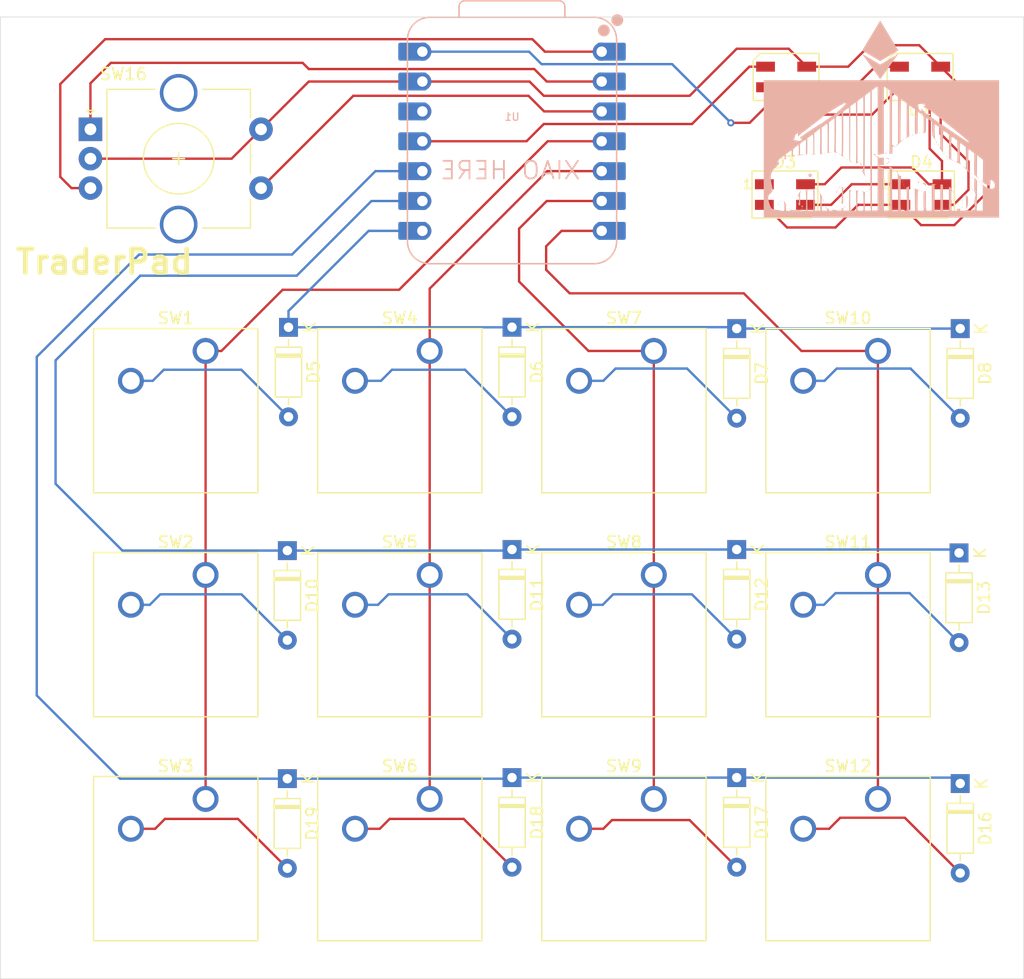
<source format=kicad_pcb>
(kicad_pcb (version 20240108) (generator "pcbnew") (generator_version "8.0")
  (layers (0 "F.Cu" signal) (31 "B.Cu" signal) (34 "B.Paste" user) (35 "F.Paste" user) (36 "B.SilkS" user "B.Silkscreen") (37 "F.SilkS" user "F.Silkscreen") (38 "B.Mask" user) (39 "F.Mask" user) (44 "Edge.Cuts" user))
  (net 0 "")
  (net 1 "Net-(D1-DIN)")
  (net 2 "GND")
  (net 3 "Net-(D1-DOUT)")
  (net 4 "+5V")
  (net 5 "Net-(D2-DOUT)")
  (net 6 "Net-(D3-DIN)")
  (net 8 "Net-(D5-K)")
  (net 9 "Net-(D5-A)")
  (net 10 "Net-(D6-A)")
  (net 11 "Net-(D7-A)")
  (net 12 "Net-(D8-A)")
  (net 13 "Net-(D10-K)")
  (net 14 "Net-(D10-A)")
  (net 15 "Net-(D11-A)")
  (net 16 "Net-(D12-A)")
  (net 17 "Net-(D13-A)")
  (net 18 "Net-(D16-K)")
  (net 19 "Net-(D16-A)")
  (net 20 "Net-(D17-A)")
  (net 21 "Net-(D18-A)")
  (net 22 "Net-(D19-A)")
  (net 23 "Net-(U1-GPIO29{slash}ADC3{slash}A3)")
  (net 24 "Net-(U1-GPIO6{slash}SDA)")
  (net 25 "Net-(U1-GPIO7{slash}SCL)")
  (net 26 "Net-(U1-GPIO0{slash}TX)")
  (net 27 "Net-(U1-GPIO28{slash}ADC2{slash}A2)")
  (net 28 "Net-(U1-GPIO26{slash}ADC0{slash}A0)")
  (net 29 "Net-(U1-GPIO27{slash}ADC1{slash}A1)")
  (footprint "Diode_THT:D_DO-35_SOD27_P7.62mm_Horizontal" (layer "F.Cu") (at 71.5 71.49 -90)
    (property "Reference" "D5" (at 3.81 -2.12 90) (layer "F.SilkS"))
    (property "Value" "D")
    (fp_text user "K" (at 0 -1.8 90) (layer "F.SilkS"))
    (pad "1" thru_hole rect (at 0 0 270) (size 1.6 1.6) (drill 0.8) (layers "*.Cu" "*.Mask") (net 8 "Net-(D5-K)"))
    (pad "2" thru_hole oval (at 7.62 0 270) (size 1.6 1.6) (drill 0.8) (layers "*.Cu" "*.Mask") (net 9 "Net-(D5-A)"))
  )
  (footprint "Button_Switch_Keyboard:SW_Cherry_MX_1.00u_PCB" (layer "F.Cu") (at 121.6025 111.60125)
    (property "Reference" "SW12" (at -2.54 -2.794 0) (layer "F.SilkS"))
    (property "Value" "SW_Push")
    (pad "" np_thru_hole circle (at -7.62 5.08) (size 1.7 1.7) (drill 1.7) (layers "*.Cu" "*.Mask"))
    (pad "" np_thru_hole circle (at -2.54 5.08) (size 4 4) (drill 4) (layers "*.Cu" "*.Mask"))
    (pad "" np_thru_hole circle (at 2.54 5.08) (size 1.7 1.7) (drill 1.7) (layers "*.Cu" "*.Mask"))
    (pad "1" thru_hole circle (at 0 0) (size 2.2 2.2) (drill 1.5) (layers "*.Cu" "*.Mask") (net 26 "Net-(U1-GPIO0{slash}TX)"))
    (pad "2" thru_hole circle (at -6.35 2.54) (size 2.2 2.2) (drill 1.5) (layers "*.Cu" "*.Mask") (net 19 "Net-(D16-A)"))
  )
  (footprint "LED_SMD:LED_SK6812MINI_PLCC4_3.5x3.5mm_P1.75mm" (layer "F.Cu") (at 125.3 60.2)
    (property "Reference" "D4" (at 0 -2.75 0) (layer "F.SilkS"))
    (property "Value" "SK6812MINI" (hide yes))
    (fp_text user "1" (at -3.2 -0.875 0) (layer "F.SilkS") (effects (font (size 0.8 0.8))))
    (pad "1" smd rect (at -1.75 -0.875) (size 1.6 0.85) (layers "F.Cu" "F.Paste" "F.Mask") (net 6 "Net-(D3-DIN)"))
    (pad "2" smd rect (at -1.75 0.875) (size 1.6 0.85) (layers "F.Cu" "F.Paste" "F.Mask") (net 2 "GND"))
    (pad "3" smd rect (at 1.75 0.875) (size 1.6 0.85) (layers "F.Cu" "F.Paste" "F.Mask") (net 5 "Net-(D2-DOUT)"))
    (pad "4" smd rect (at 1.75 -0.875) (size 1.6 0.85) (layers "F.Cu" "F.Paste" "F.Mask") (net 4 "+5V"))
  )
  (footprint "LED_SMD:LED_SK6812MINI_PLCC4_3.5x3.5mm_P1.75mm" (layer "F.Cu") (at 113.7 60.2)
    (property "Reference" "D3" (at 0 -2.75 0) (layer "F.SilkS"))
    (property "Value" "SK6812MINI" (hide yes))
    (fp_text user "1" (at -3.2 -0.875 0) (layer "F.SilkS") (effects (font (size 0.8 0.8))))
    (pad "1" smd rect (at -1.75 -0.875) (size 1.6 0.85) (layers "F.Cu" "F.Paste" "F.Mask"))
    (pad "2" smd rect (at -1.75 0.875) (size 1.6 0.85) (layers "F.Cu" "F.Paste" "F.Mask") (net 2 "GND"))
    (pad "3" smd rect (at 1.75 0.875) (size 1.6 0.85) (layers "F.Cu" "F.Paste" "F.Mask") (net 6 "Net-(D3-DIN)"))
    (pad "4" smd rect (at 1.75 -0.875) (size 1.6 0.85) (layers "F.Cu" "F.Paste" "F.Mask") (net 4 "+5V"))
  )
  (footprint "Button_Switch_Keyboard:SW_Cherry_MX_1.00u_PCB" (layer "F.Cu") (at 121.6025 73.50125)
    (property "Reference" "SW10" (at -2.54 -2.794 0) (layer "F.SilkS"))
    (property "Value" "SW_Push")
    (pad "" np_thru_hole circle (at -7.62 5.08) (size 1.7 1.7) (drill 1.7) (layers "*.Cu" "*.Mask"))
    (pad "" np_thru_hole circle (at -2.54 5.08) (size 4 4) (drill 4) (layers "*.Cu" "*.Mask"))
    (pad "" np_thru_hole circle (at 2.54 5.08) (size 1.7 1.7) (drill 1.7) (layers "*.Cu" "*.Mask"))
    (pad "1" thru_hole circle (at 0 0) (size 2.2 2.2) (drill 1.5) (layers "*.Cu" "*.Mask") (net 26 "Net-(U1-GPIO0{slash}TX)"))
    (pad "2" thru_hole circle (at -6.35 2.54) (size 2.2 2.2) (drill 1.5) (layers "*.Cu" "*.Mask") (net 12 "Net-(D8-A)"))
  )
  (footprint "Button_Switch_Keyboard:SW_Cherry_MX_1.00u_PCB" (layer "F.Cu") (at 83.5025 73.50125)
    (property "Reference" "SW4" (at -2.54 -2.794 0) (layer "F.SilkS"))
    (property "Value" "SW_Push")
    (pad "" np_thru_hole circle (at -7.62 5.08) (size 1.7 1.7) (drill 1.7) (layers "*.Cu" "*.Mask"))
    (pad "" np_thru_hole circle (at -2.54 5.08) (size 4 4) (drill 4) (layers "*.Cu" "*.Mask"))
    (pad "" np_thru_hole circle (at 2.54 5.08) (size 1.7 1.7) (drill 1.7) (layers "*.Cu" "*.Mask"))
    (pad "1" thru_hole circle (at 0 0) (size 2.2 2.2) (drill 1.5) (layers "*.Cu" "*.Mask") (net 24 "Net-(U1-GPIO6{slash}SDA)"))
    (pad "2" thru_hole circle (at -6.35 2.54) (size 2.2 2.2) (drill 1.5) (layers "*.Cu" "*.Mask") (net 10 "Net-(D6-A)"))
  )
  (footprint "LED_SMD:LED_SK6812MINI_PLCC4_3.5x3.5mm_P1.75mm" (layer "F.Cu") (at 125.1875 50.2 180)
    (property "Reference" "D2" (at 0 -2.75 0) (layer "F.SilkS"))
    (property "Value" "SK6812MINI")
    (fp_text user "1" (at -3.2 -0.875 180) (layer "F.SilkS") (effects (font (size 0.8 0.8))))
    (pad "1" smd rect (at -1.75 -0.875 180) (size 1.6 0.85) (layers "F.Cu" "F.Paste" "F.Mask") (net 5 "Net-(D2-DOUT)"))
    (pad "2" smd rect (at -1.75 0.875 180) (size 1.6 0.85) (layers "F.Cu" "F.Paste" "F.Mask") (net 2 "GND"))
    (pad "3" smd rect (at 1.75 0.875 180) (size 1.6 0.85) (layers "F.Cu" "F.Paste" "F.Mask") (net 3 "Net-(D1-DOUT)"))
    (pad "4" smd rect (at 1.75 -0.875 180) (size 1.6 0.85) (layers "F.Cu" "F.Paste" "F.Mask") (net 4 "+5V"))
  )
  (footprint "Diode_THT:D_DO-35_SOD27_P7.62mm_Horizontal" (layer "F.Cu") (at 128.6 71.6 -90)
    (property "Reference" "D8" (at 3.81 -2.12 90) (layer "F.SilkS"))
    (property "Value" "D")
    (fp_text user "K" (at 0 -1.8 90) (layer "F.SilkS"))
    (pad "1" thru_hole rect (at 0 0 270) (size 1.6 1.6) (drill 0.8) (layers "*.Cu" "*.Mask") (net 8 "Net-(D5-K)"))
    (pad "2" thru_hole oval (at 7.62 0 270) (size 1.6 1.6) (drill 0.8) (layers "*.Cu" "*.Mask") (net 12 "Net-(D8-A)"))
  )
  (footprint "Rotary_Encoder:RotaryEncoder_Alps_EC11E-Switch_Vertical_H20mm_CircularMountingHoles" (layer "F.Cu") (at 54.6625 54.65)
    (property "Reference" "SW16" (at 2.8 -4.7 0) (layer "F.SilkS"))
    (property "Value" "RotaryEncoder_Switch")
    (pad "A" thru_hole rect (at 0 0) (size 2 2) (drill 1) (layers "*.Cu" "*.Mask") (net 29 "Net-(U1-GPIO27{slash}ADC1{slash}A1)"))
    (pad "B" thru_hole circle (at 0 5) (size 2 2) (drill 1) (layers "*.Cu" "*.Mask") (net 28 "Net-(U1-GPIO26{slash}ADC0{slash}A0)"))
    (pad "C" thru_hole circle (at 0 2.5) (size 2 2) (drill 1) (layers "*.Cu" "*.Mask") (net 2 "GND"))
    (pad "MP" thru_hole circle (at 7.5 -3.1) (size 3.2 3.2) (drill 2.6) (layers "*.Cu" "*.Mask"))
    (pad "MP" thru_hole circle (at 7.5 8.1) (size 3.2 3.2) (drill 2.6) (layers "*.Cu" "*.Mask"))
    (pad "S1" thru_hole circle (at 14.5 5) (size 2 2) (drill 1) (layers "*.Cu" "*.Mask") (net 27 "Net-(U1-GPIO28{slash}ADC2{slash}A2)"))
    (pad "S2" thru_hole circle (at 14.5 0) (size 2 2) (drill 1) (layers "*.Cu" "*.Mask") (net 2 "GND"))
  )
  (footprint "Button_Switch_Keyboard:SW_Cherry_MX_1.00u_PCB" (layer "F.Cu") (at 121.6025 92.55125)
    (property "Reference" "SW11" (at -2.54 -2.794 0) (layer "F.SilkS"))
    (property "Value" "SW_Push")
    (pad "" np_thru_hole circle (at -7.62 5.08) (size 1.7 1.7) (drill 1.7) (layers "*.Cu" "*.Mask"))
    (pad "" np_thru_hole circle (at -2.54 5.08) (size 4 4) (drill 4) (layers "*.Cu" "*.Mask"))
    (pad "" np_thru_hole circle (at 2.54 5.08) (size 1.7 1.7) (drill 1.7) (layers "*.Cu" "*.Mask"))
    (pad "1" thru_hole circle (at 0 0) (size 2.2 2.2) (drill 1.5) (layers "*.Cu" "*.Mask") (net 26 "Net-(U1-GPIO0{slash}TX)"))
    (pad "2" thru_hole circle (at -6.35 2.54) (size 2.2 2.2) (drill 1.5) (layers "*.Cu" "*.Mask") (net 17 "Net-(D13-A)"))
  )
  (footprint "Diode_THT:D_DO-35_SOD27_P7.62mm_Horizontal" (layer "F.Cu") (at 71.4 90.48 -90)
    (property "Reference" "D10" (at 3.81 -2.12 90) (layer "F.SilkS"))
    (property "Value" "D")
    (fp_text user "K" (at 0 -1.8 90) (layer "F.SilkS"))
    (pad "1" thru_hole rect (at 0 0 270) (size 1.6 1.6) (drill 0.8) (layers "*.Cu" "*.Mask") (net 13 "Net-(D10-K)"))
    (pad "2" thru_hole oval (at 7.62 0 270) (size 1.6 1.6) (drill 0.8) (layers "*.Cu" "*.Mask") (net 14 "Net-(D10-A)"))
  )
  (footprint "Diode_THT:D_DO-35_SOD27_P7.62mm_Horizontal" (layer "F.Cu") (at 90.5 109.79 -90)
    (property "Reference" "D18" (at 3.81 -2.12 90) (layer "F.SilkS"))
    (property "Value" "D")
    (fp_text user "K" (at 0 -1.8 90) (layer "F.SilkS"))
    (pad "1" thru_hole rect (at 0 0 270) (size 1.6 1.6) (drill 0.8) (layers "*.Cu" "*.Mask") (net 18 "Net-(D16-K)"))
    (pad "2" thru_hole oval (at 7.62 0 270) (size 1.6 1.6) (drill 0.8) (layers "*.Cu" "*.Mask") (net 21 "Net-(D18-A)"))
  )
  (footprint "Button_Switch_Keyboard:SW_Cherry_MX_1.00u_PCB" (layer "F.Cu") (at 64.4525 92.55125)
    (property "Reference" "SW2" (at -2.54 -2.794 0) (layer "F.SilkS"))
    (property "Value" "SW_Push")
    (pad "" np_thru_hole circle (at -7.62 5.08) (size 1.7 1.7) (drill 1.7) (layers "*.Cu" "*.Mask"))
    (pad "" np_thru_hole circle (at -2.54 5.08) (size 4 4) (drill 4) (layers "*.Cu" "*.Mask"))
    (pad "" np_thru_hole circle (at 2.54 5.08) (size 1.7 1.7) (drill 1.7) (layers "*.Cu" "*.Mask"))
    (pad "1" thru_hole circle (at 0 0) (size 2.2 2.2) (drill 1.5) (layers "*.Cu" "*.Mask") (net 23 "Net-(U1-GPIO29{slash}ADC3{slash}A3)"))
    (pad "2" thru_hole circle (at -6.35 2.54) (size 2.2 2.2) (drill 1.5) (layers "*.Cu" "*.Mask") (net 14 "Net-(D10-A)"))
  )
  (footprint "Button_Switch_Keyboard:SW_Cherry_MX_1.00u_PCB" (layer "F.Cu") (at 83.5025 92.55125)
    (property "Reference" "SW5" (at -2.54 -2.794 0) (layer "F.SilkS"))
    (property "Value" "SW_Push")
    (pad "" np_thru_hole circle (at -7.62 5.08) (size 1.7 1.7) (drill 1.7) (layers "*.Cu" "*.Mask"))
    (pad "" np_thru_hole circle (at -2.54 5.08) (size 4 4) (drill 4) (layers "*.Cu" "*.Mask"))
    (pad "" np_thru_hole circle (at 2.54 5.08) (size 1.7 1.7) (drill 1.7) (layers "*.Cu" "*.Mask"))
    (pad "1" thru_hole circle (at 0 0) (size 2.2 2.2) (drill 1.5) (layers "*.Cu" "*.Mask") (net 24 "Net-(U1-GPIO6{slash}SDA)"))
    (pad "2" thru_hole circle (at -6.35 2.54) (size 2.2 2.2) (drill 1.5) (layers "*.Cu" "*.Mask") (net 15 "Net-(D11-A)"))
  )
  (footprint "Button_Switch_Keyboard:SW_Cherry_MX_1.00u_PCB" (layer "F.Cu") (at 64.4525 73.50125)
    (property "Reference" "SW1" (at -2.54 -2.794 0) (layer "F.SilkS"))
    (property "Value" "SW_Push")
    (pad "" np_thru_hole circle (at -7.62 5.08) (size 1.7 1.7) (drill 1.7) (layers "*.Cu" "*.Mask"))
    (pad "" np_thru_hole circle (at -2.54 5.08) (size 4 4) (drill 4) (layers "*.Cu" "*.Mask"))
    (pad "" np_thru_hole circle (at 2.54 5.08) (size 1.7 1.7) (drill 1.7) (layers "*.Cu" "*.Mask"))
    (pad "1" thru_hole circle (at 0 0) (size 2.2 2.2) (drill 1.5) (layers "*.Cu" "*.Mask") (net 23 "Net-(U1-GPIO29{slash}ADC3{slash}A3)"))
    (pad "2" thru_hole circle (at -6.35 2.54) (size 2.2 2.2) (drill 1.5) (layers "*.Cu" "*.Mask") (net 9 "Net-(D5-A)"))
  )
  (footprint "Button_Switch_Keyboard:SW_Cherry_MX_1.00u_PCB" (layer "F.Cu") (at 102.5525 111.60125)
    (property "Reference" "SW9" (at -2.54 -2.794 0) (layer "F.SilkS"))
    (property "Value" "SW_Push")
    (pad "" np_thru_hole circle (at -7.62 5.08) (size 1.7 1.7) (drill 1.7) (layers "*.Cu" "*.Mask"))
    (pad "" np_thru_hole circle (at -2.54 5.08) (size 4 4) (drill 4) (layers "*.Cu" "*.Mask"))
    (pad "" np_thru_hole circle (at 2.54 5.08) (size 1.7 1.7) (drill 1.7) (layers "*.Cu" "*.Mask"))
    (pad "1" thru_hole circle (at 0 0) (size 2.2 2.2) (drill 1.5) (layers "*.Cu" "*.Mask") (net 25 "Net-(U1-GPIO7{slash}SCL)"))
    (pad "2" thru_hole circle (at -6.35 2.54) (size 2.2 2.2) (drill 1.5) (layers "*.Cu" "*.Mask") (net 20 "Net-(D17-A)"))
  )
  (footprint "Diode_THT:D_DO-35_SOD27_P7.62mm_Horizontal" (layer "F.Cu") (at 90.5 71.48 -90)
    (property "Reference" "D6" (at 3.81 -2.12 90) (layer "F.SilkS"))
    (property "Value" "D")
    (fp_text user "K" (at 0 -1.8 90) (layer "F.SilkS"))
    (pad "1" thru_hole rect (at 0 0 270) (size 1.6 1.6) (drill 0.8) (layers "*.Cu" "*.Mask") (net 8 "Net-(D5-K)"))
    (pad "2" thru_hole oval (at 7.62 0 270) (size 1.6 1.6) (drill 0.8) (layers "*.Cu" "*.Mask") (net 10 "Net-(D6-A)"))
  )
  (footprint "Diode_THT:D_DO-35_SOD27_P7.62mm_Horizontal" (layer "F.Cu") (at 109.6 109.79 -90)
    (property "Reference" "D17" (at 3.81 -2.12 90) (layer "F.SilkS"))
    (property "Value" "D")
    (fp_text user "K" (at 0 -1.8 90) (layer "F.SilkS"))
    (pad "1" thru_hole rect (at 0 0 270) (size 1.6 1.6) (drill 0.8) (layers "*.Cu" "*.Mask") (net 18 "Net-(D16-K)"))
    (pad "2" thru_hole oval (at 7.62 0 270) (size 1.6 1.6) (drill 0.8) (layers "*.Cu" "*.Mask") (net 20 "Net-(D17-A)"))
  )
  (footprint "Diode_THT:D_DO-35_SOD27_P7.62mm_Horizontal" (layer "F.Cu") (at 109.6 90.39 -90)
    (property "Reference" "D12" (at 3.81 -2.12 90) (layer "F.SilkS"))
    (property "Value" "D")
    (fp_text user "K" (at 0 -1.8 90) (layer "F.SilkS"))
    (pad "1" thru_hole rect (at 0 0 270) (size 1.6 1.6) (drill 0.8) (layers "*.Cu" "*.Mask") (net 13 "Net-(D10-K)"))
    (pad "2" thru_hole oval (at 7.62 0 270) (size 1.6 1.6) (drill 0.8) (layers "*.Cu" "*.Mask") (net 16 "Net-(D12-A)"))
  )
  (footprint "Diode_THT:D_DO-35_SOD27_P7.62mm_Horizontal" (layer "F.Cu") (at 109.6 71.6 -90)
    (property "Reference" "D7" (at 3.81 -2.12 90) (layer "F.SilkS"))
    (property "Value" "D")
    (fp_text user "K" (at 0 -1.8 90) (layer "F.SilkS"))
    (pad "1" thru_hole rect (at 0 0 270) (size 1.6 1.6) (drill 0.8) (layers "*.Cu" "*.Mask") (net 8 "Net-(D5-K)"))
    (pad "2" thru_hole oval (at 7.62 0 270) (size 1.6 1.6) (drill 0.8) (layers "*.Cu" "*.Mask") (net 11 "Net-(D7-A)"))
  )
  (footprint "Diode_THT:D_DO-35_SOD27_P7.62mm_Horizontal" (layer "F.Cu") (at 71.4 109.88 -90)
    (property "Reference" "D19" (at 3.81 -2.12 90) (layer "F.SilkS"))
    (property "Value" "D")
    (fp_text user "K" (at 0 -1.8 90) (layer "F.SilkS"))
    (pad "1" thru_hole rect (at 0 0 270) (size 1.6 1.6) (drill 0.8) (layers "*.Cu" "*.Mask") (net 18 "Net-(D16-K)"))
    (pad "2" thru_hole oval (at 7.62 0 270) (size 1.6 1.6) (drill 0.8) (layers "*.Cu" "*.Mask") (net 22 "Net-(D19-A)"))
  )
  (footprint "Diode_THT:D_DO-35_SOD27_P7.62mm_Horizontal" (layer "F.Cu") (at 128.6 110.29 -90)
    (property "Reference" "D16" (at 3.81 -2.12 90) (layer "F.SilkS"))
    (property "Value" "D")
    (fp_text user "K" (at 0 -1.8 90) (layer "F.SilkS"))
    (pad "1" thru_hole rect (at 0 0 270) (size 1.6 1.6) (drill 0.8) (layers "*.Cu" "*.Mask") (net 18 "Net-(D16-K)"))
    (pad "2" thru_hole oval (at 7.62 0 270) (size 1.6 1.6) (drill 0.8) (layers "*.Cu" "*.Mask") (net 19 "Net-(D16-A)"))
  )
  (footprint "Button_Switch_Keyboard:SW_Cherry_MX_1.00u_PCB" (layer "F.Cu") (at 102.5525 92.55125)
    (property "Reference" "SW8" (at -2.54 -2.794 0) (layer "F.SilkS"))
    (property "Value" "SW_Push")
    (pad "" np_thru_hole circle (at -7.62 5.08) (size 1.7 1.7) (drill 1.7) (layers "*.Cu" "*.Mask"))
    (pad "" np_thru_hole circle (at -2.54 5.08) (size 4 4) (drill 4) (layers "*.Cu" "*.Mask"))
    (pad "" np_thru_hole circle (at 2.54 5.08) (size 1.7 1.7) (drill 1.7) (layers "*.Cu" "*.Mask"))
    (pad "1" thru_hole circle (at 0 0) (size 2.2 2.2) (drill 1.5) (layers "*.Cu" "*.Mask") (net 25 "Net-(U1-GPIO7{slash}SCL)"))
    (pad "2" thru_hole circle (at -6.35 2.54) (size 2.2 2.2) (drill 1.5) (layers "*.Cu" "*.Mask") (net 16 "Net-(D12-A)"))
  )
  (footprint "Button_Switch_Keyboard:SW_Cherry_MX_1.00u_PCB" (layer "F.Cu") (at 102.5525 73.50125)
    (property "Reference" "SW7" (at -2.54 -2.794 0) (layer "F.SilkS"))
    (property "Value" "SW_Push")
    (pad "" np_thru_hole circle (at -7.62 5.08) (size 1.7 1.7) (drill 1.7) (layers "*.Cu" "*.Mask"))
    (pad "" np_thru_hole circle (at -2.54 5.08) (size 4 4) (drill 4) (layers "*.Cu" "*.Mask"))
    (pad "" np_thru_hole circle (at 2.54 5.08) (size 1.7 1.7) (drill 1.7) (layers "*.Cu" "*.Mask"))
    (pad "1" thru_hole circle (at 0 0) (size 2.2 2.2) (drill 1.5) (layers "*.Cu" "*.Mask") (net 25 "Net-(U1-GPIO7{slash}SCL)"))
    (pad "2" thru_hole circle (at -6.35 2.54) (size 2.2 2.2) (drill 1.5) (layers "*.Cu" "*.Mask") (net 11 "Net-(D7-A)"))
  )
  (footprint "Button_Switch_Keyboard:SW_Cherry_MX_1.00u_PCB" (layer "F.Cu") (at 83.5025 111.60125)
    (property "Reference" "SW6" (at -2.54 -2.794 0) (layer "F.SilkS"))
    (property "Value" "SW_Push")
    (pad "" np_thru_hole circle (at -7.62 5.08) (size 1.7 1.7) (drill 1.7) (layers "*.Cu" "*.Mask"))
    (pad "" np_thru_hole circle (at -2.54 5.08) (size 4 4) (drill 4) (layers "*.Cu" "*.Mask"))
    (pad "" np_thru_hole circle (at 2.54 5.08) (size 1.7 1.7) (drill 1.7) (layers "*.Cu" "*.Mask"))
    (pad "1" thru_hole circle (at 0 0) (size 2.2 2.2) (drill 1.5) (layers "*.Cu" "*.Mask") (net 24 "Net-(U1-GPIO6{slash}SDA)"))
    (pad "2" thru_hole circle (at -6.35 2.54) (size 2.2 2.2) (drill 1.5) (layers "*.Cu" "*.Mask") (net 21 "Net-(D18-A)"))
  )
  (footprint "Diode_THT:D_DO-35_SOD27_P7.62mm_Horizontal" (layer "F.Cu") (at 90.5 90.39 -90)
    (property "Reference" "D11" (at 3.81 -2.12 90) (layer "F.SilkS"))
    (property "Value" "D")
    (fp_text user "K" (at 0 -1.8 90) (layer "F.SilkS"))
    (pad "1" thru_hole rect (at 0 0 270) (size 1.6 1.6) (drill 0.8) (layers "*.Cu" "*.Mask") (net 13 "Net-(D10-K)"))
    (pad "2" thru_hole oval (at 7.62 0 270) (size 1.6 1.6) (drill 0.8) (layers "*.Cu" "*.Mask") (net 15 "Net-(D11-A)"))
  )
  (footprint "Button_Switch_Keyboard:SW_Cherry_MX_1.00u_PCB" (layer "F.Cu") (at 64.4525 111.60125)
    (property "Reference" "SW3" (at -2.54 -2.794 0) (layer "F.SilkS"))
    (property "Value" "SW_Push")
    (pad "" np_thru_hole circle (at -7.62 5.08) (size 1.7 1.7) (drill 1.7) (layers "*.Cu" "*.Mask"))
    (pad "" np_thru_hole circle (at -2.54 5.08) (size 4 4) (drill 4) (layers "*.Cu" "*.Mask"))
    (pad "" np_thru_hole circle (at 2.54 5.08) (size 1.7 1.7) (drill 1.7) (layers "*.Cu" "*.Mask"))
    (pad "1" thru_hole circle (at 0 0) (size 2.2 2.2) (drill 1.5) (layers "*.Cu" "*.Mask") (net 23 "Net-(U1-GPIO29{slash}ADC3{slash}A3)"))
    (pad "2" thru_hole circle (at -6.35 2.54) (size 2.2 2.2) (drill 1.5) (layers "*.Cu" "*.Mask") (net 22 "Net-(D19-A)"))
  )
  (footprint "LED_SMD:LED_SK6812MINI_PLCC4_3.5x3.5mm_P1.75mm" (layer "F.Cu") (at 113.8 50.2 180)
    (property "Reference" "D1" (at 0 -2.7 0) (layer "F.SilkS"))
    (property "Value" "SK6812MINI")
    (fp_text user "1" (at -3.3425 -1.64 180) (layer "F.SilkS") (effects (font (size 0.8 0.8))))
    (pad "1" smd rect (at -1.75 -0.875 180) (size 1.6 0.85) (layers "F.Cu" "F.Paste" "F.Mask") (net 3 "Net-(D1-DOUT)"))
    (pad "2" smd rect (at -1.75 0.875 180) (size 1.6 0.85) (layers "F.Cu" "F.Paste" "F.Mask") (net 2 "GND"))
    (pad "3" smd rect (at 1.75 0.875 180) (size 1.6 0.85) (layers "F.Cu" "F.Paste" "F.Mask") (net 1 "Net-(D1-DIN)"))
    (pad "4" smd rect (at 1.75 -0.875 180) (size 1.6 0.85) (layers "F.Cu" "F.Paste" "F.Mask") (net 4 "+5V"))
  )
  (footprint "Diode_THT:D_DO-35_SOD27_P7.62mm_Horizontal" (layer "F.Cu") (at 128.5 90.68 -90)
    (property "Reference" "D13" (at 3.81 -2.12 90) (layer "F.SilkS"))
    (property "Value" "D")
    (fp_text user "K" (at 0 -1.8 90) (layer "F.SilkS"))
    (pad "1" thru_hole rect (at 0 0 270) (size 1.6 1.6) (drill 0.8) (layers "*.Cu" "*.Mask") (net 13 "Net-(D10-K)"))
    (pad "2" thru_hole oval (at 7.62 0 270) (size 1.6 1.6) (drill 0.8) (layers "*.Cu" "*.Mask") (net 17 "Net-(D13-A)"))
  )
  (footprint "OPL:XIAO-RP2040-DIP" (layer "B.Cu") (at 90.5 55.6685 180)
    (property "Reference" "U1" (at 0 2.0685 0) (layer "B.SilkS") (effects (font (size 0.635 0.635) (thickness 0.1016)) (justify mirror)))
    (property "Value" "XIAO-RP2040-DIP")
    (pad "1" smd roundrect (at -8.455 7.62) (size 2.432 1.524) (layers "B.Cu" "B.Mask") (roundrect_rratio 0.1) (net 28 "Net-(U1-GPIO26{slash}ADC0{slash}A0)"))
    (pad "1" thru_hole circle (at -7.62 7.62) (size 1.524 1.524) (drill 0.889) (layers "*.Cu" "*.Mask") (net 28 "Net-(U1-GPIO26{slash}ADC0{slash}A0)"))
    (pad "2" smd roundrect (at -8.455 5.08) (size 2.432 1.524) (layers "B.Cu" "B.Mask") (roundrect_rratio 0.1) (net 29 "Net-(U1-GPIO27{slash}ADC1{slash}A1)"))
    (pad "2" thru_hole circle (at -7.62 5.08) (size 1.524 1.524) (drill 0.889) (layers "*.Cu" "*.Mask") (net 29 "Net-(U1-GPIO27{slash}ADC1{slash}A1)"))
    (pad "3" smd roundrect (at -8.455 2.54) (size 2.432 1.524) (layers "B.Cu" "B.Mask") (roundrect_rratio 0.1) (net 27 "Net-(U1-GPIO28{slash}ADC2{slash}A2)"))
    (pad "3" thru_hole circle (at -7.62 2.54) (size 1.524 1.524) (drill 0.889) (layers "*.Cu" "*.Mask") (net 27 "Net-(U1-GPIO28{slash}ADC2{slash}A2)"))
    (pad "4" smd roundrect (at -8.455 0) (size 2.432 1.524) (layers "B.Cu" "B.Mask") (roundrect_rratio 0.1) (net 23 "Net-(U1-GPIO29{slash}ADC3{slash}A3)"))
    (pad "4" thru_hole circle (at -7.62 0) (size 1.524 1.524) (drill 0.889) (layers "*.Cu" "*.Mask") (net 23 "Net-(U1-GPIO29{slash}ADC3{slash}A3)"))
    (pad "5" smd roundrect (at -8.455 -2.54) (size 2.432 1.524) (layers "B.Cu" "B.Mask") (roundrect_rratio 0.1) (net 24 "Net-(U1-GPIO6{slash}SDA)"))
    (pad "5" thru_hole circle (at -7.62 -2.54) (size 1.524 1.524) (drill 0.889) (layers "*.Cu" "*.Mask") (net 24 "Net-(U1-GPIO6{slash}SDA)"))
    (pad "6" smd roundrect (at -8.455 -5.08) (size 2.432 1.524) (layers "B.Cu" "B.Mask") (roundrect_rratio 0.1) (net 25 "Net-(U1-GPIO7{slash}SCL)"))
    (pad "6" thru_hole circle (at -7.62 -5.08) (size 1.524 1.524) (drill 0.889) (layers "*.Cu" "*.Mask") (net 25 "Net-(U1-GPIO7{slash}SCL)"))
    (pad "7" smd roundrect (at -8.455 -7.62) (size 2.432 1.524) (layers "B.Cu" "B.Mask") (roundrect_rratio 0.1) (net 26 "Net-(U1-GPIO0{slash}TX)"))
    (pad "7" thru_hole circle (at -7.62 -7.62) (size 1.524 1.524) (drill 0.889) (layers "*.Cu" "*.Mask") (net 26 "Net-(U1-GPIO0{slash}TX)"))
    (pad "8" thru_hole circle (at 7.62 -7.62 180) (size 1.524 1.524) (drill 0.889) (layers "*.Cu" "*.Mask") (net 8 "Net-(D5-K)"))
    (pad "8" smd roundrect (at 8.455 -7.62 180) (size 2.432 1.524) (layers "B.Cu" "B.Mask") (roundrect_rratio 0.1) (net 8 "Net-(D5-K)"))
    (pad "9" thru_hole circle (at 7.62 -5.08 180) (size 1.524 1.524) (drill 0.889) (layers "*.Cu" "*.Mask") (net 13 "Net-(D10-K)"))
    (pad "9" smd roundrect (at 8.455 -5.08 180) (size 2.432 1.524) (layers "B.Cu" "B.Mask") (roundrect_rratio 0.1) (net 13 "Net-(D10-K)"))
    (pad "10" thru_hole circle (at 7.62 -2.54 180) (size 1.524 1.524) (drill 0.889) (layers "*.Cu" "*.Mask") (net 18 "Net-(D16-K)"))
    (pad "10" smd roundrect (at 8.455 -2.54 180) (size 2.432 1.524) (layers "B.Cu" "B.Mask") (roundrect_rratio 0.1) (net 18 "Net-(D16-K)"))
    (pad "11" thru_hole circle (at 7.62 0 180) (size 1.524 1.524) (drill 0.889) (layers "*.Cu" "*.Mask") (net 1 "Net-(D1-DIN)"))
    (pad "11" smd roundrect (at 8.455 0 180) (size 2.432 1.524) (layers "B.Cu" "B.Mask") (roundrect_rratio 0.1) (net 1 "Net-(D1-DIN)"))
    (pad "12" thru_hole circle (at 7.62 2.54 180) (size 1.524 1.524) (drill 0.889) (layers "*.Cu" "*.Mask"))
    (pad "12" smd roundrect (at 8.455 2.54 180) (size 2.432 1.524) (layers "B.Cu" "B.Mask") (roundrect_rratio 0.1))
    (pad "13" thru_hole circle (at 7.62 5.08 180) (size 1.524 1.524) (drill 0.889) (layers "*.Cu" "*.Mask") (net 2 "GND"))
    (pad "13" smd roundrect (at 8.455 5.08 180) (size 2.432 1.524) (layers "B.Cu" "B.Mask") (roundrect_rratio 0.1) (net 2 "GND"))
    (pad "14" thru_hole circle (at 7.62 7.62 180) (size 1.524 1.524) (drill 0.889) (layers "*.Cu" "*.Mask") (net 4 "+5V"))
    (pad "14" smd roundrect (at 8.455 7.62 180) (size 2.432 1.524) (layers "B.Cu" "B.Mask") (roundrect_rratio 0.1) (net 4 "+5V"))
  )
  (footprint "LOGO" (layer "B.Cu") (at 121.8 47.9 180)
    (property "Reference" "G***" (hide yes))
    (property "Value" "LOGO" (hide yes))
  )
  (footprint "LOGO" (layer "B.Cu") (at 121.9 56.3 180)
    (property "Reference" "G***" (hide yes))
    (property "Value" "LOGO" (hide yes))
  )
  (gr_rect (start 47 45.1) (end 134 126.9) (stroke (width 0.05)) (fill none) (layer "Edge.Cuts"))
  (gr_text "XIAO HERE" (at 96.41 59.02 0) (layer "B.SilkS") (effects (font (size 1.5 1.5)) (justify left bottom mirror)))
  (gr_text "TraderPad" (at 48.1 67.1 0) (layer "F.SilkS") (effects (font (size 2 2) (thickness 0.4) (bold yes)) (justify left bottom)))
  (segment (start 112.05 49.325) (end 110.675 49.325) (width 0.2) (layer "F.Cu") (net 1))
  (segment (start 91.7315 55.6685) (end 82.88 55.6685) (width 0.2) (layer "F.Cu") (net 1))
  (segment (start 105.8 54.2) (end 93.2 54.2) (width 0.2) (layer "F.Cu") (net 1))
  (segment (start 93.2 54.2) (end 91.7315 55.6685) (width 0.2) (layer "F.Cu") (net 1))
  (segment (start 110.675 49.325) (end 105.8 54.2) (width 0.2) (layer "F.Cu") (net 1))
  (segment (start 118 63) (end 113.875 63) (width 0.2) (layer "F.Cu") (net 2))
  (segment (start 119.075 49.325) (end 120.9 47.5) (width 0.2) (layer "F.Cu") (net 2))
  (segment (start 115.55 49.325) (end 119.075 49.325) (width 0.2) (layer "F.Cu") (net 2))
  (segment (start 126.9375 49.325) (end 128.9 51.2875) (width 0.2) (layer "F.Cu") (net 2))
  (segment (start 91.9885 50.5885) (end 82.88 50.5885) (width 0.2) (layer "F.Cu") (net 2))
  (segment (start 105.6 51.8) (end 93.2 51.8) (width 0.2) (layer "F.Cu") (net 2))
  (segment (start 131 59.9) (end 128.1 62.8) (width 0.2) (layer "F.Cu") (net 2))
  (segment (start 113.875 63) (end 111.95 61.075) (width 0.2) (layer "F.Cu") (net 2))
  (segment (start 120.9 47.5) (end 125.1125 47.5) (width 0.2) (layer "F.Cu") (net 2))
  (segment (start 73.224 50.5885) (end 82.88 50.5885) (width 0.2) (layer "F.Cu") (net 2))
  (segment (start 109.6 47.8) (end 105.6 51.8) (width 0.2) (layer "F.Cu") (net 2))
  (segment (start 125.1125 47.5) (end 126.9375 49.325) (width 0.2) (layer "F.Cu") (net 2))
  (segment (start 128.9 54.8) (end 131 56.9) (width 0.2) (layer "F.Cu") (net 2))
  (segment (start 119.925 61.075) (end 118 63) (width 0.2) (layer "F.Cu") (net 2))
  (segment (start 128.9 51.2875) (end 128.9 54.8) (width 0.2) (layer "F.Cu") (net 2))
  (segment (start 54.6625 57.15) (end 66.6625 57.15) (width 0.2) (layer "F.Cu") (net 2))
  (segment (start 125.275 62.8) (end 123.55 61.075) (width 0.2) (layer "F.Cu") (net 2))
  (segment (start 131 56.9) (end 131 59.9) (width 0.2) (layer "F.Cu") (net 2))
  (segment (start 115.55 49.325) (end 114.025 47.8) (width 0.2) (layer "F.Cu") (net 2))
  (segment (start 114.025 47.8) (end 109.6 47.8) (width 0.2) (layer "F.Cu") (net 2))
  (segment (start 69.1625 54.65) (end 73.224 50.5885) (width 0.2) (layer "F.Cu") (net 2))
  (segment (start 123.55 61.075) (end 119.925 61.075) (width 0.2) (layer "F.Cu") (net 2))
  (segment (start 66.6625 57.15) (end 69.1625 54.65) (width 0.2) (layer "F.Cu") (net 2))
  (segment (start 128.1 62.8) (end 125.275 62.8) (width 0.2) (layer "F.Cu") (net 2))
  (segment (start 93.2 51.8) (end 91.9885 50.5885) (width 0.2) (layer "F.Cu") (net 2))
  (segment (start 115.55 51.075) (end 119.625 51.075) (width 0.2) (layer "F.Cu") (net 3))
  (segment (start 119.625 51.075) (end 121.375 49.325) (width 0.2) (layer "F.Cu") (net 3))
  (segment (start 121.375 49.325) (end 123.4375 49.325) (width 0.2) (layer "F.Cu") (net 3))
  (segment (start 118.5 57.9) (end 117.075 59.325) (width 0.2) (layer "F.Cu") (net 4))
  (segment (start 127.05 59.325) (end 125.925 59.325) (width 0.2) (layer "F.Cu") (net 4))
  (segment (start 113.075 51.075) (end 115.4 53.4) (width 0.2) (layer "F.Cu") (net 4))
  (segment (start 125.925 59.325) (end 124.5 57.9) (width 0.2) (layer "F.Cu") (net 4))
  (segment (start 126 52.5) (end 126 56.3) (width 0.2) (layer "F.Cu") (net 4))
  (segment (start 110.7 54.1) (end 112.05 52.75) (width 0.2) (layer "F.Cu") (net 4))
  (segment (start 123.4375 51.075) (end 124.575 51.075) (width 0.2) (layer "F.Cu") (net 4))
  (segment (start 117.075 59.325) (end 115.45 59.325) (width 0.2) (layer "F.Cu") (net 4))
  (segment (start 121.1125 53.4) (end 123.4375 51.075) (width 0.2) (layer "F.Cu") (net 4))
  (segment (start 126 56.3) (end 127.05 57.35) (width 0.2) (layer "F.Cu") (net 4))
  (segment (start 109.1 54.1) (end 110.7 54.1) (width 0.2) (layer "F.Cu") (net 4))
  (segment (start 112.05 51.075) (end 113.075 51.075) (width 0.2) (layer "F.Cu") (net 4))
  (segment (start 127.05 57.35) (end 127.05 59.325) (width 0.2) (layer "F.Cu") (net 4))
  (segment (start 124.575 51.075) (end 126 52.5) (width 0.2) (layer "F.Cu") (net 4))
  (segment (start 115.4 53.4) (end 121.1125 53.4) (width 0.2) (layer "F.Cu") (net 4))
  (segment (start 124.5 57.9) (end 118.5 57.9) (width 0.2) (layer "F.Cu") (net 4))
  (segment (start 112.05 52.75) (end 112.05 51.075) (width 0.2) (layer "F.Cu") (net 4))
  (via (at 109.1 54.1) (size 0.6) (drill 0.3) (layers "F.Cu" "B.Cu") (net 4))
  (segment (start 109.1 54.1) (end 104.1105 49.1105) (width 0.2) (layer "B.Cu") (net 4))
  (segment (start 93.0105 49.1105) (end 91.9485 48.0485) (width 0.2) (layer "B.Cu") (net 4))
  (segment (start 104.1105 49.1105) (end 93.0105 49.1105) (width 0.2) (layer "B.Cu") (net 4))
  (segment (start 91.9485 48.0485) (end 82.88 48.0485) (width 0.2) (layer "B.Cu") (net 4))
  (segment (start 129.3 59.8) (end 128.025 61.075) (width 0.2) (layer "F.Cu") (net 5))
  (segment (start 126.9375 55.0375) (end 129.3 57.4) (width 0.2) (layer "F.Cu") (net 5))
  (segment (start 126.9375 51.075) (end 126.9375 55.0375) (width 0.2) (layer "F.Cu") (net 5))
  (segment (start 128.025 61.075) (end 127.05 61.075) (width 0.2) (layer "F.Cu") (net 5))
  (segment (start 129.3 57.4) (end 129.3 59.8) (width 0.2) (layer "F.Cu") (net 5))
  (segment (start 123.55 59.325) (end 119.375 59.325) (width 0.2) (layer "F.Cu") (net 6))
  (segment (start 117.625 61.075) (end 115.45 61.075) (width 0.2) (layer "F.Cu") (net 6))
  (segment (start 119.375 59.325) (end 117.625 61.075) (width 0.2) (layer "F.Cu") (net 6))
  (segment (start 90.49 71.49) (end 90.5 71.48) (width 0.2) (layer "B.Cu") (net 8))
  (segment (start 71.5 70.1) (end 78.3115 63.2885) (width 0.2) (layer "B.Cu") (net 8))
  (segment (start 71.5 71.49) (end 90.49 71.49) (width 0.2) (layer "B.Cu") (net 8))
  (segment (start 90.5 71.48) (end 109.48 71.48) (width 0.2) (layer "B.Cu") (net 8))
  (segment (start 109.48 71.48) (end 109.6 71.6) (width 0.2) (layer "B.Cu") (net 8))
  (segment (start 71.5 71.49) (end 71.5 70.1) (width 0.2) (layer "B.Cu") (net 8))
  (segment (start 109.6 71.6) (end 128.6 71.6) (width 0.2) (layer "B.Cu") (net 8))
  (segment (start 78.3115 63.2885) (end 82.88 63.2885) (width 0.2) (layer "B.Cu") (net 8))
  (segment (start 59.95875 76.04125) (end 60.9 75.1) (width 0.2) (layer "B.Cu") (net 9))
  (segment (start 58.1025 76.04125) (end 59.95875 76.04125) (width 0.2) (layer "B.Cu") (net 9))
  (segment (start 67.49 75.1) (end 71.5 79.11) (width 0.2) (layer "B.Cu") (net 9))
  (segment (start 60.9 75.1) (end 67.49 75.1) (width 0.2) (layer "B.Cu") (net 9))
  (segment (start 79.35875 76.04125) (end 80.3 75.1) (width 0.2) (layer "B.Cu") (net 10))
  (segment (start 77.1525 76.04125) (end 79.35875 76.04125) (width 0.2) (layer "B.Cu") (net 10))
  (segment (start 80.3 75.1) (end 86.5 75.1) (width 0.2) (layer "B.Cu") (net 10))
  (segment (start 86.5 75.1) (end 90.5 79.1) (width 0.2) (layer "B.Cu") (net 10))
  (segment (start 96.2025 76.04125) (end 98.25875 76.04125) (width 0.2) (layer "B.Cu") (net 11))
  (segment (start 99.3 75) (end 105.38 75) (width 0.2) (layer "B.Cu") (net 11))
  (segment (start 98.25875 76.04125) (end 99.3 75) (width 0.2) (layer "B.Cu") (net 11))
  (segment (start 105.38 75) (end 109.6 79.22) (width 0.2) (layer "B.Cu") (net 11))
  (segment (start 118.1 75) (end 124.38 75) (width 0.2) (layer "B.Cu") (net 12))
  (segment (start 115.2525 76.04125) (end 117.05875 76.04125) (width 0.2) (layer "B.Cu") (net 12))
  (segment (start 124.38 75) (end 128.6 79.22) (width 0.2) (layer "B.Cu") (net 12))
  (segment (start 117.05875 76.04125) (end 118.1 75) (width 0.2) (layer "B.Cu") (net 12))
  (segment (start 71.4 90.48) (end 90.41 90.48) (width 0.2) (layer "B.Cu") (net 13))
  (segment (start 51.7 84.8) (end 51.7 74.3) (width 0.2) (layer "B.Cu") (net 13))
  (segment (start 51.7 74.3) (end 58.9 67.1) (width 0.2) (layer "B.Cu") (net 13))
  (segment (start 128.21 90.39) (end 128.5 90.68) (width 0.2) (layer "B.Cu") (net 13))
  (segment (start 90.41 90.48) (end 90.5 90.39) (width 0.2) (layer "B.Cu") (net 13))
  (segment (start 90.5 90.39) (end 109.6 90.39) (width 0.2) (layer "B.Cu") (net 13))
  (segment (start 78.5515 60.7485) (end 82.88 60.7485) (width 0.2) (layer "B.Cu") (net 13))
  (segment (start 58.9 67.1) (end 72.2 67.1) (width 0.2) (layer "B.Cu") (net 13))
  (segment (start 109.6 90.39) (end 128.21 90.39) (width 0.2) (layer "B.Cu") (net 13))
  (segment (start 71.4 90.48) (end 57.38 90.48) (width 0.2) (layer "B.Cu") (net 13))
  (segment (start 57.38 90.48) (end 51.7 84.8) (width 0.2) (layer "B.Cu") (net 13))
  (segment (start 72.2 67.1) (end 78.5515 60.7485) (width 0.2) (layer "B.Cu") (net 13))
  (segment (start 67.5 94.2) (end 71.4 98.1) (width 0.2) (layer "B.Cu") (net 14))
  (segment (start 59.70875 95.09125) (end 60.6 94.2) (width 0.2) (layer "B.Cu") (net 14))
  (segment (start 60.6 94.2) (end 67.5 94.2) (width 0.2) (layer "B.Cu") (net 14))
  (segment (start 58.1025 95.09125) (end 59.70875 95.09125) (width 0.2) (layer "B.Cu") (net 14))
  (segment (start 77.1525 95.09125) (end 79.10875 95.09125) (width 0.2) (layer "B.Cu") (net 15))
  (segment (start 86.69 94.2) (end 90.5 98.01) (width 0.2) (layer "B.Cu") (net 15))
  (segment (start 79.10875 95.09125) (end 80 94.2) (width 0.2) (layer "B.Cu") (net 15))
  (segment (start 80 94.2) (end 86.69 94.2) (width 0.2) (layer "B.Cu") (net 15))
  (segment (start 99.1 94.2) (end 105.79 94.2) (width 0.2) (layer "B.Cu") (net 16))
  (segment (start 98.20875 95.09125) (end 99.1 94.2) (width 0.2) (layer "B.Cu") (net 16))
  (segment (start 105.79 94.2) (end 109.6 98.01) (width 0.2) (layer "B.Cu") (net 16))
  (segment (start 96.2025 95.09125) (end 98.20875 95.09125) (width 0.2) (layer "B.Cu") (net 16))
  (segment (start 115.2525 95.09125) (end 117.00875 95.09125) (width 0.2) (layer "B.Cu") (net 17))
  (segment (start 118 94.1) (end 124.3 94.1) (width 0.2) (layer "B.Cu") (net 17))
  (segment (start 124.3 94.1) (end 128.5 98.3) (width 0.2) (layer "B.Cu") (net 17))
  (segment (start 117.00875 95.09125) (end 118 94.1) (width 0.2) (layer "B.Cu") (net 17))
  (segment (start 57.18 109.88) (end 50.1 102.8) (width 0.2) (layer "B.Cu") (net 18))
  (segment (start 71.4 109.88) (end 90.41 109.88) (width 0.2) (layer "B.Cu") (net 18))
  (segment (start 58.8 65.3) (end 71.8 65.3) (width 0.2) (layer "B.Cu") (net 18))
  (segment (start 71.8 65.3) (end 72.3 64.8) (width 0.2) (layer "B.Cu") (net 18))
  (segment (start 50.1 102.8) (end 50.1 74) (width 0.2) (layer "B.Cu") (net 18))
  (segment (start 72.3 64.8) (end 78.8915 58.2085) (width 0.2) (layer "B.Cu") (net 18))
  (segment (start 78.8915 58.2085) (end 82.88 58.2085) (width 0.2) (layer "B.Cu") (net 18))
  (segment (start 90.5 109.79) (end 109.6 109.79) (width 0.2) (layer "B.Cu") (net 18))
  (segment (start 71.4 109.88) (end 57.18 109.88) (width 0.2) (layer "B.Cu") (net 18))
  (segment (start 128.1 109.79) (end 128.6 110.29) (width 0.2) (layer "B.Cu") (net 18))
  (segment (start 109.6 109.79) (end 128.1 109.79) (width 0.2) (layer "B.Cu") (net 18))
  (segment (start 50.1 74) (end 58.8 65.3) (width 0.2) (layer "B.Cu") (net 18))
  (segment (start 90.41 109.88) (end 90.5 109.79) (width 0.2) (layer "B.Cu") (net 18))
  (segment (start 123.89 113.2) (end 128.6 117.91) (width 0.2) (layer "F.Cu") (net 19))
  (segment (start 117.45875 114.14125) (end 118.4 113.2) (width 0.2) (layer "F.Cu") (net 19))
  (segment (start 115.2525 114.14125) (end 117.45875 114.14125) (width 0.2) (layer "F.Cu") (net 19))
  (segment (start 118.4 113.2) (end 123.89 113.2) (width 0.2) (layer "F.Cu") (net 19))
  (segment (start 105.6 113.41) (end 109.6 117.41) (width 0.2) (layer "F.Cu") (net 20))
  (segment (start 98.25875 114.14125) (end 99 113.4) (width 0.2) (layer "F.Cu") (net 20))
  (segment (start 105.6 113.4) (end 105.6 113.41) (width 0.2) (layer "F.Cu") (net 20))
  (segment (start 99 113.4) (end 105.6 113.4) (width 0.2) (layer "F.Cu") (net 20))
  (segment (start 96.2025 114.14125) (end 98.25875 114.14125) (width 0.2) (layer "F.Cu") (net 20))
  (segment (start 77.1525 114.14125) (end 79.25875 114.14125) (width 0.2) (layer "F.Cu") (net 21))
  (segment (start 79.25875 114.14125) (end 80.1 113.3) (width 0.2) (layer "F.Cu") (net 21))
  (segment (start 80.1 113.3) (end 86.39 113.3) (width 0.2) (layer "F.Cu") (net 21))
  (segment (start 86.39 113.3) (end 90.5 117.41) (width 0.2) (layer "F.Cu") (net 21))
  (segment (start 67.2 113.3) (end 71.4 117.5) (width 0.2) (layer "F.Cu") (net 22))
  (segment (start 60.15875 114.14125) (end 61 113.3) (width 0.2) (layer "F.Cu") (net 22))
  (segment (start 58.1025 114.14125) (end 60.15875 114.14125) (width 0.2) (layer "F.Cu") (net 22))
  (segment (start 61 113.3) (end 67.2 113.3) (width 0.2) (layer "F.Cu") (net 22))
  (segment (start 80.9 68.3) (end 93.5315 55.6685) (width 0.2) (layer "F.Cu") (net 23))
  (segment (start 93.5315 55.6685) (end 98.12 55.6685) (width 0.2) (layer "F.Cu") (net 23))
  (segment (start 65.79875 73.50125) (end 71 68.3) (width 0.2) (layer "F.Cu") (net 23))
  (segment (start 64.4525 92.55125) (end 64.4525 73.50125) (width 0.2) (layer "F.Cu") (net 23))
  (segment (start 64.4525 73.50125) (end 65.79875 73.50125) (width 0.2) (layer "F.Cu") (net 23))
  (segment (start 71 68.3) (end 80.9 68.3) (width 0.2) (layer "F.Cu") (net 23))
  (segment (start 64.4525 111.60125) (end 64.4525 92.55125) (width 0.2) (layer "F.Cu") (net 23))
  (segment (start 83.5025 92.55125) (end 83.5025 73.50125) (width 0.2) (layer "F.Cu") (net 24))
  (segment (start 93.5 58.2) (end 93.5085 58.2085) (width 0.2) (layer "F.Cu") (net 24))
  (segment (start 93.5085 58.2085) (end 98.12 58.2085) (width 0.2) (layer "F.Cu") (net 24))
  (segment (start 83.5025 73.50125) (end 83.5025 68.1975) (width 0.2) (layer "F.Cu") (net 24))
  (segment (start 83.5025 68.1975) (end 93.5 58.2) (width 0.2) (layer "F.Cu") (net 24))
  (segment (start 83.5025 111.60125) (end 83.5025 92.55125) (width 0.2) (layer "F.Cu") (net 24))
  (segment (start 102.5525 111.60125) (end 102.5525 92.55125) (width 0.2) (layer "F.Cu") (net 25))
  (segment (start 91.1 63.1) (end 93.4515 60.7485) (width 0.2) (layer "F.Cu") (net 25))
  (segment (start 102.5525 73.50125) (end 97.00125 73.50125) (width 0.2) (layer "F.Cu") (net 25))
  (segment (start 91.1 67.6) (end 91.1 63.1) (width 0.2) (layer "F.Cu") (net 25))
  (segment (start 93.4515 60.7485) (end 98.12 60.7485) (width 0.2) (layer "F.Cu") (net 25))
  (segment (start 102.5525 92.55125) (end 102.5525 73.50125) (width 0.2) (layer "F.Cu") (net 25))
  (segment (start 97.00125 73.50125) (end 91.1 67.6) (width 0.2) (layer "F.Cu") (net 25))
  (segment (start 93.4 64.6) (end 94.7115 63.2885) (width 0.2) (layer "F.Cu") (net 26))
  (segment (start 121.6025 111.60125) (end 121.6025 92.55125) (width 0.2) (layer "F.Cu") (net 26))
  (segment (start 121.6025 92.55125) (end 121.6025 73.50125) (width 0.2) (layer "F.Cu") (net 26))
  (segment (start 95.4 68.6) (end 93.4 66.6) (width 0.2) (layer "F.Cu") (net 26))
  (segment (start 110.2 68.6) (end 95.4 68.6) (width 0.2) (layer "F.Cu") (net 26))
  (segment (start 115.10125 73.50125) (end 110.2 68.6) (width 0.2) (layer "F.Cu") (net 26))
  (segment (start 121.6025 73.50125) (end 115.10125 73.50125) (width 0.2) (layer "F.Cu") (net 26))
  (segment (start 94.7115 63.2885) (end 98.12 63.2885) (width 0.2) (layer "F.Cu") (net 26))
  (segment (start 93.4 66.6) (end 93.4 64.6) (width 0.2) (layer "F.Cu") (net 26))
  (segment (start 77.0125 51.8) (end 91.9 51.8) (width 0.2) (layer "F.Cu") (net 27))
  (segment (start 91.9 51.8) (end 93.2285 53.1285) (width 0.2) (layer "F.Cu") (net 27))
  (segment (start 93.2285 53.1285) (end 98.12 53.1285) (width 0.2) (layer "F.Cu") (net 27))
  (segment (start 69.1625 59.65) (end 77.0125 51.8) (width 0.2) (layer "F.Cu") (net 27))
  (segment (start 54.6625 59.65) (end 53.05 59.65) (width 0.2) (layer "F.Cu") (net 28))
  (segment (start 52.1 50.8) (end 55.9135 46.9865) (width 0.2) (layer "F.Cu") (net 28))
  (segment (start 92.23025 46.9865) (end 93.29225 48.0485) (width 0.2) (layer "F.Cu") (net 28))
  (segment (start 55.9135 46.9865) (end 92.23025 46.9865) (width 0.2) (layer "F.Cu") (net 28))
  (segment (start 93.29225 48.0485) (end 98.12 48.0485) (width 0.2) (layer "F.Cu") (net 28))
  (segment (start 52.1 58.7) (end 52.1 50.8) (width 0.2) (layer "F.Cu") (net 28))
  (segment (start 53.05 59.65) (end 52.1 58.7) (width 0.2) (layer "F.Cu") (net 28))
  (segment (start 54.6625 50.7375) (end 56.4 49) (width 0.2) (layer "F.Cu") (net 29))
  (segment (start 93.451 50.5885) (end 98.12 50.5885) (width 0.2) (layer "F.Cu") (net 29))
  (segment (start 72.7 49) (end 73.2265 49.5265) (width 0.2) (layer "F.Cu") (net 29))
  (segment (start 92.389 49.5265) (end 93.451 50.5885) (width 0.2) (layer "F.Cu") (net 29))
  (segment (start 56.4 49) (end 72.7 49) (width 0.2) (layer "F.Cu") (net 29))
  (segment (start 54.6625 54.65) (end 54.6625 50.7375) (width 0.2) (layer "F.Cu") (net 29))
  (segment (start 73.2265 49.5265) (end 92.389 49.5265) (width 0.2) (layer "F.Cu") (net 29))
)
</source>
